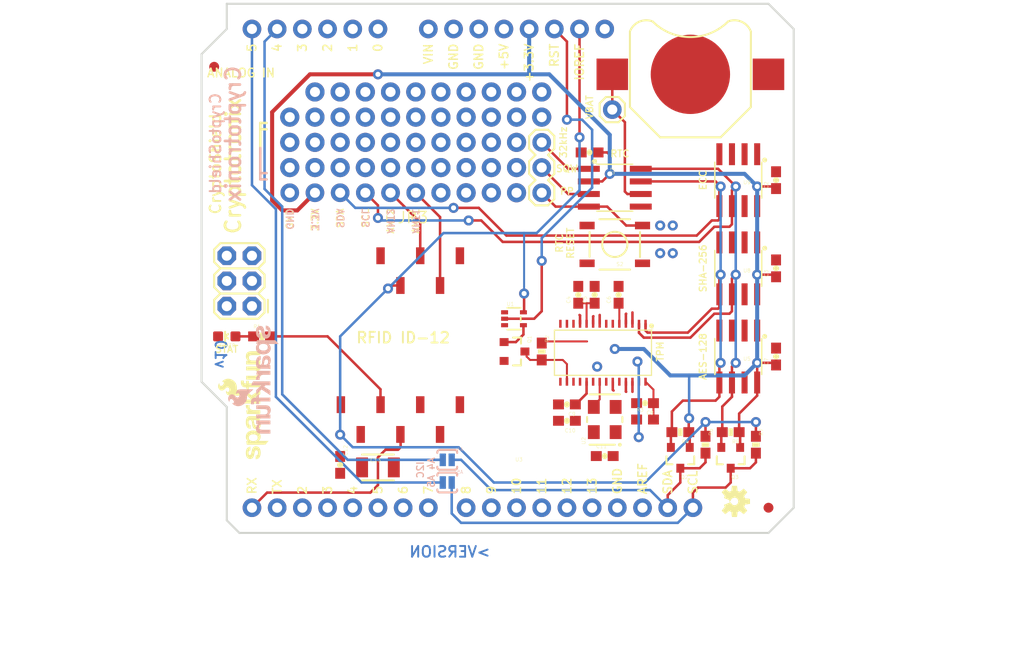
<source format=kicad_pcb>
(kicad_pcb (version 20211014) (generator pcbnew)
  (layers (0 "F.Cu" signal) (31 "B.Cu" signal) (34 "B.Paste" user) (35 "F.Paste" user) (36 "B.SilkS" user "B.Silkscreen") (37 "F.SilkS" user "F.Silkscreen") (38 "B.Mask" user) (39 "F.Mask" user) (44 "Edge.Cuts" user))
  (net 0 "")
  (net 1 "GND")
  (net 2 "VBAT")
  (net 3 "SCL")
  (net 4 "SDA")
  (net 5 "TPM_CLK")
  (net 6 "N$19")
  (net 7 "3.3V")
  (net 8 "32KHZ")
  (net 9 "SQW")
  (net 10 "N$12")
  (net 11 "SDA_IN")
  (net 12 "SCL_IN")
  (net 13 "N$1")
  (net 14 "ANT1")
  (net 15 "ANT2")
  (net 16 "PP")
  (net 17 "RX")
  (net 18 "N$83")
  (net 19 "N$85")
  (net 20 "N$86")
  (net 21 "N$87")
  (net 22 "N$88")
  (net 23 "N$89")
  (net 24 "N$90")
  (net 25 "N$91")
  (net 26 "N$92")
  (net 27 "N$94")
  (net 28 "N$95")
  (net 29 "N$96")
  (net 30 "N$97")
  (net 31 "N$98")
  (net 32 "N$99")
  (net 33 "N$100")
  (net 34 "N$101")
  (net 35 "N$102")
  (net 36 "N$103")
  (net 37 "N$104")
  (net 38 "N$105")
  (net 39 "N$106")
  (net 40 "N$107")
  (net 41 "N$108")
  (net 42 "N$109")
  (net 43 "N$110")
  (net 44 "N$111")
  (net 45 "N$112")
  (net 46 "N$113")
  (net 47 "N$114")
  (net 48 "N$115")
  (net 49 "N$116")
  (net 50 "N$117")
  (net 51 "N$118")
  (net 52 "N$130")
  (net 53 "N$131")
  (net 54 "N$132")
  (net 55 "N$133")
  (net 56 "N$134")
  (net 57 "N$135")
  (net 58 "N$136")
  (net 59 "N$137")
  (net 60 "N$138")
  (net 61 "N$139")
  (net 62 "N$140")
  (net 63 "N$4")
  (net 64 "N$6")
  (net 65 "VCCIO")
  (net 66 "N$18")
  (net 67 "~{RESET}")
  (net 68 "N$20")
  (footprint "boardEagle:CRYSTAL-OSC-SMD-5X3.2" (layer "F.Cu") (at 159.2961 120.2436 90)
    (fp_text reference "U2")
    (fp_text value "33mhz")
  )
  (footprint "boardEagle:SFE_LOGO_NAME_FLAME_.1" (layer "F.Cu") (at 125.5141 124.6886 90)
    (fp_text reference "LOGO3" hide)
    (fp_text value "SFE_LOGO_NAME_FLAME.1_INCH" hide)
  )
  (footprint "boardEagle:FIDUCIAL-1X2" (layer "F.Cu") (at 119.9261 84.6836)
    (fp_text reference "FID1" hide)
    (fp_text value "FIDUCIAL1X2" hide)
  )
  (footprint "boardEagle:1210" (layer "F.Cu") (at 136.4361 125.0696)
    (fp_text reference "C13")
    (fp_text value "10uF")
  )
  (footprint "boardEagle:CREATIVE_COMMONS" (layer "F.Cu") (at 118.6561 144.3736)
    (fp_text reference "FRAME2" hide)
    (fp_text value "" hide)
  )
  (footprint "boardEagle:0603-CAP" (layer "F.Cu") (at 176.5681 113.8936 90)
    (fp_text reference "C7")
    (fp_text value "0.1uF")
  )
  (footprint "boardEagle:0603-CAP" (layer "F.Cu") (at 155.4861 120.3706 180)
    (fp_text reference "C10")
    (fp_text value ".1uf")
  )
  (footprint "boardEagle:SOIC8" (layer "F.Cu") (at 172.7581 96.1136 180)
    (fp_text reference "U9")
    (fp_text value "ATECC108")
  )
  (footprint "boardEagle:SOT23-3" (layer "F.Cu") (at 166.9161 124.0536 180)
    (fp_text reference "Q2")
    (fp_text value "BSS138")
  )
  (footprint "boardEagle:SOT23-3" (layer "F.Cu") (at 171.9961 124.0536 180)
    (fp_text reference "Q3")
    (fp_text value "BSS138")
  )
  (footprint "boardEagle:LED-0603" (layer "F.Cu") (at 121.1961 111.8616 90)
    (fp_text reference "STAT0")
    (fp_text value "GREEN")
  )
  (footprint "boardEagle:0603-CAP" (layer "F.Cu") (at 155.4861 118.7196 180)
    (fp_text reference "C9")
    (fp_text value "2200pf")
  )
  (footprint "boardEagle:0603-RES" (layer "F.Cu") (at 169.4561 122.7836 -90)
    (fp_text reference "R6")
    (fp_text value "10K")
  )
  (footprint "boardEagle:0603-RES" (layer "F.Cu") (at 166.9161 121.5136 180)
    (fp_text reference "R4")
    (fp_text value "10K")
  )
  (footprint "boardEagle:1X01" (layer "F.Cu") (at 160.0581 89.0016)
    (fp_text reference "JP1" hide)
    (fp_text value "M01PTH" hide)
  )
  (footprint "boardEagle:SOT353" (layer "F.Cu") (at 150.1521 110.0836 -90)
    (fp_text reference "U1")
    (fp_text value "74LVC1G04")
  )
  (footprint "boardEagle:1X06_NO_SILK" (layer "F.Cu") (at 140.2461 97.3836 180)
    (fp_text reference "JP3")
    (fp_text value "")
  )
  (footprint "boardEagle:0603-RES" (layer "F.Cu") (at 171.9961 121.5136 180)
    (fp_text reference "R5")
    (fp_text value "10K")
  )
  (footprint "boardEagle:SOIC8" (layer "F.Cu") (at 160.3121 96.8756 -90)
    (fp_text reference "U7")
    (fp_text value "DS3231M")
  )
  (footprint "boardEagle:0603-RES" (layer "F.Cu") (at 174.5361 122.7836 -90)
    (fp_text reference "R7")
    (fp_text value "10K")
  )
  (footprint "boardEagle:0603-CAP" (layer "F.Cu") (at 163.3601 118.5926 180)
    (fp_text reference "C8")
    (fp_text value "2200pf")
  )
  (footprint "boardEagle:SOIC8" (layer "F.Cu") (at 172.7581 113.8936 180)
    (fp_text reference "U5")
    (fp_text value "ATAES132")
  )
  (footprint "boardEagle:0603" (layer "F.Cu") (at 163.3601 120.2436)
    (fp_text reference "R3")
    (fp_text value "4.7K")
  )
  (footprint "boardEagle:TSSOP28" (layer "F.Cu") (at 158.7881 113.5126 -90)
    (fp_text reference "U6")
    (fp_text value "AT97SC3204T")
  )
  (footprint "boardEagle:2X3" (layer "F.Cu") (at 123.7361 108.8136 90)
    (fp_text reference "J1" hide)
    (fp_text value "AVR_SPI_PRG_6PTH" hide)
  )
  (footprint "boardEagle:UNO_R3_SHIELD" (layer "F.Cu") (at 178.3461 131.6736 90)
    (fp_text reference "U4" hide)
    (fp_text value "ARDUINO_R3_SHIELD" hide)
  )
  (footprint "boardEagle:TACTILE-SWITCH-SMD" (layer "F.Cu") (at 160.3121 102.5906 180)
    (fp_text reference "S2")
    (fp_text value "Reset")
  )
  (footprint "boardEagle:SOT23-3" (layer "F.Cu") (at 150.1521 113.3856 -90)
    (fp_text reference "Q1")
    (fp_text value "BSS138")
  )
  (footprint "boardEagle:SOIC8" (layer "F.Cu") (at 172.7581 105.0036 180)
    (fp_text reference "U8")
    (fp_text value "ATSHA204_SOIC8")
  )
  (footprint "boardEagle:FIDUCIAL-1X2" (layer "F.Cu") (at 175.8061 129.1336)
    (fp_text reference "FID2" hide)
    (fp_text value "FIDUCIAL1X2" hide)
  )
  (footprint "boardEagle:BATTCON_12MM" (layer "F.Cu") (at 167.9321 85.4456)
    (fp_text reference "BAT1" hide)
    (fp_text value "3V" hide)
  )
  (footprint "boardEagle:0603-CAP" (layer "F.Cu") (at 159.2961 123.9266)
    (fp_text reference "C11")
    (fp_text value ".1uf")
  )
  (footprint "boardEagle:0603-CAP" (layer "F.Cu") (at 176.5681 105.0036 90)
    (fp_text reference "C3")
    (fp_text value "0.1uF")
  )
  (footprint "boardEagle:OSHW-LOGO-S" (layer "F.Cu") (at 172.3771 128.4986 -90)
    (fp_text reference "LOGO2" hide)
    (fp_text value "OSHW-LOGOS" hide)
  )
  (footprint "boardEagle:ID-12_SMD" (layer "F.Cu") (at 152.9461 99.9236 180)
    (fp_text reference "U3")
    (fp_text value "ID-12/20SMD")
  )
  (footprint "boardEagle:0603-CAP" (layer "F.Cu") (at 132.6261 124.8156 -90)
    (fp_text reference "C12")
    (fp_text value "0.1uF")
  )
  (footprint "boardEagle:0603-RES" (layer "F.Cu") (at 124.7521 111.8616)
    (fp_text reference "R1")
    (fp_text value "1k")
  )
  (footprint "boardEagle:0603-CAP" (layer "F.Cu") (at 158.2801 107.6706 90)
    (fp_text reference "C5")
    (fp_text value "2200pf")
  )
  (footprint "boardEagle:0603-RES" (layer "F.Cu") (at 152.9461 113.3856 -90)
    (fp_text reference "R2")
    (fp_text value "10K")
  )
  (footprint "boardEagle:0603-CAP" (layer "F.Cu") (at 156.6291 107.6706 90)
    (fp_text reference "C4")
    (fp_text value ".1uf")
  )
  (footprint "boardEagle:0603-CAP" (layer "F.Cu") (at 160.6931 107.6706 90)
    (fp_text reference "C6")
    (fp_text value "2200pf")
  )
  (footprint "boardEagle:OSHW-LOGO-S" (layer "F.Cu") (at 172.3771 128.4986 -90)
    (fp_text reference "U$3" hide)
    (fp_text value "" hide)
  )
  (footprint "boardEagle:1X03" (layer "F.Cu") (at 152.9461 92.3036 -90)
    (fp_text reference "JP2" hide)
    (fp_text value "")
  )
  (footprint "boardEagle:0603-CAP" (layer "F.Cu") (at 176.5681 96.1136 90)
    (fp_text reference "C2")
    (fp_text value "0.1uF")
  )
  (footprint "boardEagle:0603-CAP" (layer "F.Cu") (at 157.7721 93.3196 180)
    (fp_text reference "C1")
    (fp_text value "0.1uF")
  )
  (footprint "boardEagle:PAD-JUMPER-2-NO_YES_SILK" (layer "B.Cu") (at 143.4211 124.3076 180)
    (fp_text reference "A4")
    (fp_text value "")
  )
  (footprint "boardEagle:PAD-JUMPER-2-NO_YES_SILK" (layer "B.Cu") (at 143.4211 126.5936 180)
    (fp_text reference "A5")
    (fp_text value "")
  )
  (footprint "boardEagle:SFE_LOGO_NAME_FLAME_.1" (layer "B.Cu") (at 126.5301 110.3376 -90)
    (fp_text reference "U$101" hide)
    (fp_text value "" hide)
  )
  (gr_line (start 124.5743 95.4024) (end 124.5743 96.0374) (layer "B.SilkS") (width 0.254))
  (gr_line (start 124.5743 92.8624) (end 124.5743 95.4024) (layer "B.SilkS") (width 0.254))
  (gr_line (start 125.2093 95.4024) (end 124.5743 95.4024) (layer "B.SilkS") (width 0.254))
  (gr_line (start 125.2093 96.0374) (end 124.5743 96.0374) (layer "B.SilkS") (width 0.254))
  (gr_line (start 125.2093 90.3478) (end 124.5743 90.3478) (layer "F.SilkS") (width 0.254))
  (gr_line (start 124.5743 90.9828) (end 124.5743 90.3478) (layer "F.SilkS") (width 0.254))
  (gr_line (start 124.5743 93.5228) (end 124.5743 90.9828) (layer "F.SilkS") (width 0.254))
  (gr_line (start 125.2093 90.9828) (end 124.5743 90.9828) (layer "F.SilkS") (width 0.254))
  (gr_line (start 118.6561 116.4336) (end 121.1961 118.9736) (layer "Edge.Cuts") (width 0.2032))
  (gr_line (start 118.6561 83.4136) (end 118.6561 116.4336) (layer "Edge.Cuts") (width 0.2032))
  (gr_line (start 178.3461 80.8736) (end 175.8061 78.3336) (layer "Edge.Cuts") (width 0.2032))
  (gr_line (start 121.1961 118.9736) (end 121.1961 130.4036) (layer "Edge.Cuts") (width 0.2032))
  (gr_line (start 178.3461 129.1336) (end 178.3461 80.8736) (layer "Edge.Cuts") (width 0.2032))
  (gr_line (start 175.8061 131.6736) (end 178.3461 129.1336) (layer "Edge.Cuts") (width 0.2032))
  (gr_line (start 121.1961 130.4036) (end 122.4661 131.6736) (layer "Edge.Cuts") (width 0.2032))
  (gr_line (start 175.8061 78.3336) (end 121.1961 78.3336) (layer "Edge.Cuts") (width 0.2032))
  (gr_line (start 122.4661 131.6736) (end 175.8061 131.6736) (layer "Edge.Cuts") (width 0.2032))
  (gr_line (start 121.1961 78.3336) (end 121.1961 80.8736) (layer "Edge.Cuts") (width 0.2032))
  (gr_line (start 121.1961 80.8736) (end 118.6561 83.4136) (layer "Edge.Cuts") (width 0.2032))
  (gr_text "v10" (at 121.1961 113.6396 -90) (layer "B.Cu") (effects (font (size 1.0795 1.0795) (thickness 0.1905)) (justify top mirror)))
  (gr_text "SCL" (at 135.1661 98.9076 -90) (layer "B.SilkS") (effects (font (size 0.69088 0.69088) (thickness 0.12192)) (justify right mirror)))
  (gr_text "CryptoShield" (at 120.6881 87.2236 -270) (layer "B.SilkS") (effects (font (size 1.0795 1.0795) (thickness 0.1905)) (justify left bottom mirror)))
  (gr_text "ANT1" (at 140.2461 98.9076 -90) (layer "B.SilkS") (effects (font (size 0.69088 0.69088) (thickness 0.12192)) (justify right mirror)))
  (gr_text "3.3V" (at 130.0861 98.9076 -90) (layer "B.SilkS") (effects (font (size 0.69088 0.69088) (thickness 0.12192)) (justify right mirror)))
  (gr_text "I2C \nA4 A5" (at 141.2621 125.5776 -270) (layer "B.SilkS") (effects (font (size 0.69088 0.69088) (thickness 0.12192)) (justify mirror)))
  (gr_text "SDA" (at 132.6261 98.9076 -90) (layer "B.SilkS") (effects (font (size 0.69088 0.69088) (thickness 0.12192)) (justify right mirror)))
  (gr_text "GND" (at 127.5461 98.9076 -90) (layer "B.SilkS") (effects (font (size 0.69088 0.69088) (thickness 0.12192)) (justify right mirror)))
  (gr_text "Cryptotronix" (at 122.7201 84.4296 -270) (layer "B.SilkS") (effects (font (size 1.5113 1.5113) (thickness 0.2667)) (justify left bottom mirror)))
  (gr_text "ANT2" (at 137.7061 98.9076 -90) (layer "B.SilkS") (effects (font (size 0.69088 0.69088) (thickness 0.12192)) (justify right mirror)))
  (gr_text "ANT2" (at 137.7061 98.9076 90) (layer "F.SilkS") (effects (font (size 0.69088 0.69088) (thickness 0.12192)) (justify right)))
  (gr_text "VBAT" (at 157.7721 88.7476 90) (layer "F.SilkS") (effects (font (size 0.69088 0.69088) (thickness 0.12192))))
  (gr_text "3.3V" (at 130.0861 98.9076 90) (layer "F.SilkS") (effects (font (size 0.69088 0.69088) (thickness 0.12192)) (justify right)))
  (gr_text "ECC" (at 169.2021 96.1136 90) (layer "F.SilkS") (effects (font (size 0.69088 0.69088) (thickness 0.12192))))
  (gr_text "SDA" (at 132.6261 98.9076 90) (layer "F.SilkS") (effects (font (size 0.69088 0.69088) (thickness 0.12192)) (justify right)))
  (gr_text "Cryptotronix" (at 122.7201 101.7016 90) (layer "F.SilkS") (effects (font (size 1.5113 1.5113) (thickness 0.2667)) (justify left bottom)))
  (gr_text "RTC" (at 160.8201 93.4466) (layer "F.SilkS") (effects (font (size 0.69088 0.69088) (thickness 0.12192))))
  (gr_text "AES-128" (at 169.2021 113.8936 90) (layer "F.SilkS") (effects (font (size 0.69088 0.69088) (thickness 0.12192))))
  (gr_text "SCL" (at 135.1661 98.9076 90) (layer "F.SilkS") (effects (font (size 0.69088 0.69088) (thickness 0.12192)) (justify right)))
  (gr_text "CryptoShield" (at 120.6881 99.6696 90) (layer "F.SilkS") (effects (font (size 1.0795 1.0795) (thickness 0.1905)) (justify left bottom)))
  (gr_text "SHA-256" (at 169.2021 105.0036 90) (layer "F.SilkS") (effects (font (size 0.69088 0.69088) (thickness 0.12192))))
  (gr_text "SQW" (at 155.4861 95.3516) (layer "F.SilkS") (effects (font (size 0.69088 0.69088) (thickness 0.12192)) (justify bottom)))
  (gr_text "STAT" (at 121.1961 112.7506) (layer "F.SilkS") (effects (font (size 0.69088 0.69088) (thickness 0.12192)) (justify top)))
  (gr_text "32kHz" (at 154.7241 92.3036 90) (layer "F.SilkS") (effects (font (size 0.69088 0.69088) (thickness 0.12192)) (justify top)))
  (gr_text "PP" (at 155.4861 97.6376) (layer "F.SilkS") (effects (font (size 0.69088 0.69088) (thickness 0.12192)) (justify bottom)))
  (gr_text "RTC\nRESET" (at 156.2481 102.4636 90) (layer "F.SilkS") (effects (font (size 0.69088 0.69088) (thickness 0.12192)) (justify bottom)))
  (gr_text "GND" (at 127.5461 98.9076 90) (layer "F.SilkS") (effects (font (size 0.69088 0.69088) (thickness 0.12192)) (justify right)))
  (gr_text "TPM" (at 164.8841 113.3856 90) (layer "F.SilkS") (effects (font (size 0.69088 0.69088) (thickness 0.12192))))
  (gr_text "RFID ID-12" (at 138.9761 112.6236) (layer "F.SilkS") (effects (font (size 1.0795 1.0795) (thickness 0.1905)) (justify bottom)))
  (gr_text "ANT1" (at 140.2461 98.9076 90) (layer "F.SilkS") (effects (font (size 0.69088 0.69088) (thickness 0.12192)) (justify right)))
  (segment (start 162.0901 110.5916) (end 162.0901 109.4486) (width 0.254) (layer "F.Cu") (net 1))
  (segment (start 161.4297 116.4336) (end 161.4297 117.4242) (width 0.254) (layer "F.Cu") (net 1))
  (segment (start 156.8069 109.7534) (end 156.7561 109.7026) (width 0.254) (layer "F.Cu") (net 1))
  (segment (start 161.4297 117.4242) (end 161.4551 117.4496) (width 0.254) (layer "F.Cu") (net 1))
  (segment (start 158.7821 110.5916) (end 158.7881 110.5856) (width 0.2032) (layer "F.Cu") (net 1))
  (segment (start 162.0901 116.4336) (end 162.0901 117.4496) (width 0.254) (layer "F.Cu") (net 1))
  (segment (start 161.4297 110.5916) (end 161.4297 109.601) (width 0.254) (layer "F.Cu") (net 1))
  (segment (start 161.4297 109.601) (end 161.4551 109.5756) (width 0.254) (layer "F.Cu") (net 1))
  (segment (start 158.1277 110.5916) (end 158.1277 109.855) (width 0.254) (layer "F.Cu") (net 1))
  (segment (start 158.1277 109.855) (end 158.1531 109.8296) (width 0.254) (layer "F.Cu") (net 1))
  (segment (start 158.7881 110.5856) (end 158.7881 109.7026) (width 0.254) (layer "F.Cu") (net 1))
  (segment (start 160.1089 116.4336) (end 160.1089 117.2464) (width 0.254) (layer "F.Cu") (net 1))
  (segment (start 156.8069 110.5916) (end 156.8069 109.7534) (width 0.254) (layer "F.Cu") (net 1))
  (segment (start 160.1089 117.2464) (end 160.1851 117.3226) (width 0.254) (layer "F.Cu") (net 1))
  (via (at 158.5341 114.9096) (size 1.016) (drill 0.508) (layers "F.Cu" "B.Cu") (net 1))
  (via (at 166.1541 103.4796) (size 1.016) (drill 0.508) (layers "F.Cu" "B.Cu") (net 1))
  (via (at 164.8841 103.4796) (size 1.016) (drill 0.508) (layers "F.Cu" "B.Cu") (net 1))
  (via (at 164.8841 100.6856) (size 1.016) (drill 0.508) (layers "F.Cu" "B.Cu") (net 1))
  (via (at 166.1541 100.6856) (size 1.016) (drill 0.508) (layers "F.Cu" "B.Cu") (net 1))
  (segment (start 162.9283 97.5106) (end 161.5821 97.5106) (width 0.254) (layer "F.Cu") (net 2))
  (segment (start 161.5821 97.5106) (end 161.3281 97.2566) (width 0.254) (layer "F.Cu") (net 2))
  (segment (start 161.3281 90.2716) (end 160.0581 89.0016) (width 0.254) (layer "F.Cu") (net 2))
  (segment (start 160.0581 89.0016) (end 160.0581 85.4456) (width 0.254) (layer "F.Cu") (net 2))
  (segment (start 161.3281 97.2566) (end 161.3281 90.2716) (width 0.254) (layer "F.Cu") (net 2))
  (segment (start 136.4361 99.9236) (end 136.4361 98.6536) (width 0.254) (layer "F.Cu") (net 3))
  (segment (start 172.1231 116.5098) (end 172.1231 117.9576) (width 0.254) (layer "F.Cu") (net 3))
  (segment (start 168.8211 102.3366) (end 170.3451 100.8126) (width 0.254) (layer "F.Cu") (net 3))
  (segment (start 172.1231 107.6198) (end 172.1231 106.0196) (width 0.254) (layer "F.Cu") (net 3))
  (segment (start 171.0461 121.6136) (end 171.1461 121.5136) (width 0.254) (layer "F.Cu") (net 3))
  (segment (start 172.5041 96.7486) (end 172.1231 97.1296) (width 0.254) (layer "F.Cu") (net 3))
  (segment (start 170.3451 109.5756) (end 171.8691 109.5756) (width 0.254) (layer "F.Cu") (net 3))
  (segment (start 172.1231 114.9096) (end 172.5041 114.5286) (width 0.254) (layer "F.Cu") (net 3))
  (segment (start 149.0091 102.3366) (end 168.8211 102.3366) (width 0.254) (layer "F.Cu") (net 3))
  (segment (start 149.0091 102.3366) (end 146.8501 100.1776) (width 0.254) (layer "F.Cu") (net 3))
  (segment (start 170.3451 100.8126) (end 171.8691 100.8126) (width 0.254) (layer "F.Cu") (net 3))
  (segment (start 172.1231 100.5586) (end 172.1231 98.7298) (width 0.254) (layer "F.Cu") (net 3))
  (segment (start 172.1231 109.3216) (end 172.1231 107.6198) (width 0.254) (layer "F.Cu") (net 3))
  (segment (start 171.0461 123.0536) (end 171.0461 121.6136) (width 0.254) (layer "F.Cu") (net 3))
  (segment (start 170.7261 94.9706) (end 172.5041 96.7486) (width 0.254) (layer "F.Cu") (net 3))
  (segment (start 162.7505 110.5916) (end 162.7505 111.506) (width 0.254) (layer "F.Cu") (net 3))
  (segment (start 136.4361 98.6536) (end 135.1661 97.3836) (width 0.254) (layer "F.Cu") (net 3))
  (segment (start 162.9283 94.9706) (end 170.7261 94.9706) (width 0.254) (layer "F.Cu") (net 3))
  (segment (start 167.9321 111.9886) (end 170.3451 109.5756) (width 0.254) (layer "F.Cu") (net 3))
  (segment (start 172.1231 97.1296) (end 172.1231 98.7298) (width 0.254) (layer "F.Cu") (net 3))
  (segment (start 172.1231 117.9576) (end 171.1461 118.9346) (width 0.254) (layer "F.Cu") (net 3))
  (segment (start 171.8691 109.5756) (end 172.1231 109.3216) (width 0.254) (layer "F.Cu") (net 3))
  (segment (start 172.1231 106.0196) (end 172.5041 105.6386) (width 0.254) (layer "F.Cu") (net 3))
  (segment (start 171.8691 100.8126) (end 172.1231 100.5586) (width 0.254) (layer "F.Cu") (net 3))
  (segment (start 171.1461 118.9346) (end 171.1461 121.5136) (width 0.254) (layer "F.Cu") (net 3))
  (segment (start 162.7505 111.506) (end 163.2331 111.9886) (width 0.254) (layer "F.Cu") (net 3))
  (segment (start 163.2331 111.9886) (end 167.9321 111.9886) (width 0.254) (layer "F.Cu") (net 3))
  (segment (start 146.8501 100.1776) (end 145.5801 100.1776) (width 0.254) (layer "F.Cu") (net 3))
  (segment (start 172.1231 116.5098) (end 172.1231 114.9096) (width 0.254) (layer "F.Cu") (net 3))
  (via (at 136.4361 99.9236) (size 1.016) (drill 0.508) (layers "F.Cu" "B.Cu") (net 3))
  (via (at 172.5041 105.6386) (size 1.016) (drill 0.508) (layers "F.Cu" "B.Cu") (net 3))
  (via (at 172.5041 114.5286) (size 1.016) (drill 0.508) (layers "F.Cu" "B.Cu") (net 3))
  (via (at 145.5801 100.1776) (size 1.016) (drill 0.508) (layers "F.Cu" "B.Cu") (net 3))
  (via (at 172.5041 96.7486) (size 1.016) (drill 0.508) (layers "F.Cu" "B.Cu") (net 3))
  (segment (start 172.5041 114.5286) (end 172.5041 105.6386) (width 0.254) (layer "B.Cu") (net 3))
  (segment (start 136.6901 100.1776) (end 136.4361 99.9236) (width 0.254) (layer "B.Cu") (net 3))
  (segment (start 145.5801 100.1776) (end 136.6901 100.1776) (width 0.254) (layer "B.Cu") (net 3))
  (segment (start 172.5041 105.6386) (end 172.5041 96.7486) (width 0.254) (layer "B.Cu") (net 3))
  (segment (start 170.8531 96.8756) (end 170.9801 96.7486) (width 0.254) (layer "F.Cu") (net 4))
  (segment (start 168.5671 101.7016) (end 170.0911 100.1776) (width 0.254) (layer "F.Cu") (net 4))
  (segment (start 146.5961 98.9076) (end 144.0561 98.9076) (width 0.254) (layer "F.Cu") (net 4))
  (segment (start 170.8531 107.6198) (end 170.8531 105.7656) (width 0.254) (layer "F.Cu") (net 4))
  (segment (start 170.0911 109.0676) (end 170.7261 109.0676) (width 0.254) (layer "F.Cu") (net 4))
  (segment (start 170.8531 98.7298) (end 170.8531 96.8756) (width 0.254) (layer "F.Cu") (net 4))
  (segment (start 167.6781 111.4806) (end 170.0911 109.0676) (width 0.254) (layer "F.Cu") (net 4))
  (segment (start 163.4109 110.5916) (end 163.4109 111.2774) (width 0.254) (layer "F.Cu") (net 4))
  (segment (start 165.9661 123.0536) (end 165.9661 121.6136) (width 0.254) (layer "F.Cu") (net 4))
  (segment (start 166.0661 119.4426) (end 167.1701 118.3386) (width 0.254) (layer "F.Cu") (net 4))
  (segment (start 170.0911 100.1776) (end 170.7261 100.1776) (width 0.254) (layer "F.Cu") (net 4))
  (segment (start 163.4109 111.2774) (end 163.6141 111.4806) (width 0.254) (layer "F.Cu") (net 4))
  (segment (start 170.8531 116.5098) (end 170.8531 114.6556) (width 0.254) (layer "F.Cu") (net 4))
  (segment (start 170.7261 109.0676) (end 170.8531 108.9406) (width 0.254) (layer "F.Cu") (net 4))
  (segment (start 163.6141 111.4806) (end 167.6781 111.4806) (width 0.254) (layer "F.Cu") (net 4))
  (segment (start 170.8531 116.5098) (end 170.8531 117.9576) (width 0.254) (layer "F.Cu") (net 4))
  (segment (start 170.8531 100.0506) (end 170.8531 98.7298) (width 0.254) (layer "F.Cu") (net 4))
  (segment (start 170.8531 105.7656) (end 170.9801 105.6386) (width 0.254) (layer "F.Cu") (net 4))
  (segment (start 170.4721 118.3386) (end 167.1701 118.3386) (width 0.254) (layer "F.Cu") (net 4))
  (segment (start 165.9661 121.6136) (end 166.0661 121.5136) (width 0.254) (layer "F.Cu") (net 4))
  (segment (start 170.8531 117.9576) (end 170.4721 118.3386) (width 0.254) (layer "F.Cu") (net 4))
  (segment (start 162.9283 96.2406) (end 170.4721 96.2406) (width 0.254) (layer "F.Cu") (net 4))
  (segment (start 149.3901 101.7016) (end 146.5961 98.9076) (width 0.254) (layer "F.Cu") (net 4))
  (segment (start 170.7261 100.1776) (end 170.8531 100.0506) (width 0.254) (layer "F.Cu") (net 4))
  (segment (start 170.8531 114.6556) (end 170.9801 114.5286) (width 0.254) (layer "F.Cu") (net 4))
  (segment (start 166.0661 121.5136) (end 166.0661 119.4426) (width 0.254) (layer "F.Cu") (net 4))
  (segment (start 170.8531 108.9406) (end 170.8531 107.6198) (width 0.254) (layer "F.Cu") (net 4))
  (segment (start 170.4721 96.2406) (end 170.9801 96.7486) (width 0.254) (layer "F.Cu") (net 4))
  (segment (start 149.3901 101.7016) (end 168.5671 101.7016) (width 0.254) (layer "F.Cu") (net 4))
  (via (at 170.9801 96.7486) (size 1.016) (drill 0.508) (layers "F.Cu" "B.Cu") (net 4))
  (via (at 144.0561 98.9076) (size 1.016) (drill 0.508) (layers "F.Cu" "B.Cu") (net 4))
  (via (at 170.9801 105.6386) (size 1.016) (drill 0.508) (layers "F.Cu" "B.Cu") (net 4))
  (via (at 170.9801 114.5286) (size 1.016) (drill 0.508) (layers "F.Cu" "B.Cu") (net 4))
  (segment (start 134.1501 98.9076) (end 132.6261 97.3836) (width 0.254) (layer "B.Cu") (net 4))
  (segment (start 170.9801 105.6386) (end 170.9801 114.5286) (width 0.254) (layer "B.Cu") (net 4))
  (segment (start 170.9801 96.7486) (end 170.9801 105.6386) (width 0.254) (layer "B.Cu") (net 4))
  (segment (start 144.0561 98.9076) (end 134.1501 98.9076) (width 0.254) (layer "B.Cu") (net 4))
  (segment (start 158.1961 118.9736) (end 158.1961 118.8036) (width 0.2032) (layer "F.Cu") (net 5))
  (segment (start 158.1961 118.8036) (end 158.7881 118.2116) (width 0.2032) (layer "F.Cu") (net 5))
  (segment (start 158.7881 116.4396) (end 158.7881 118.2116) (width 0.2032) (layer "F.Cu") (net 5))
  (segment (start 162.7505 114.554) (end 162.5981 114.4016) (width 0.2032) (layer "F.Cu") (net 6))
  (segment (start 162.7251 122.0216) (end 162.7251 120.4586) (width 0.2032) (layer "F.Cu") (net 6))
  (segment (start 162.7251 120.4586) (end 162.5101 120.2436) (width 0.2032) (layer "F.Cu") (net 6))
  (segment (start 162.7505 116.4336) (end 162.7505 114.554) (width 0.2032) (layer "F.Cu") (net 6))
  (via (at 162.7251 122.0216) (size 1.016) (drill 0.508) (layers "F.Cu" "B.Cu") (net 6))
  (via (at 162.5981 114.4016) (size 1.016) (drill 0.508) (layers "F.Cu" "B.Cu") (net 6))
  (segment (start 162.7251 122.0216) (end 162.7251 114.5286) (width 0.254) (layer "B.Cu") (net 6))
  (segment (start 162.7251 114.5286) (end 162.5981 114.4016) (width 0.254) (layer "B.Cu") (net 6))
  (segment (start 164.2101 117.2328) (end 163.4109 116.4336) (width 0.2032) (layer "F.Cu") (net 7))
  (segment (start 176.5681 105.6386) (end 174.6631 105.6386) (width 0.254) (layer "F.Cu") (net 7))
  (segment (start 159.5501 93.3196) (end 159.8041 93.5736) (width 0.254) (layer "F.Cu") (net 7))
  (segment (start 172.9461 121.6136) (end 172.8461 121.5136) (width 0.254) (layer "F.Cu") (net 7))
  (segment (start 172.8461 121.5136) (end 172.8461 119.6476) (width 0.254) (layer "F.Cu") (net 7))
  (segment (start 160.6931 108.7746) (end 160.6931 108.5206) (width 0.254) (layer "F.Cu") (net 7))
  (segment (start 167.8661 121.6136) (end 167.7661 121.5136) (width 0.254) (layer "F.Cu") (net 7))
  (segment (start 125.7681 89.2556) (end 125.7681 98.1456) (width 0.4064) (layer "F.Cu") (net 7))
  (segment (start 167.7661 120.1556) (end 167.8051 120.1166) (width 0.254) (layer "F.Cu") (net 7))
  (segment (start 152.9461 112.5356) (end 153.1121 112.3696) (width 0.2032) (layer "F.Cu") (net 7))
  (segment (start 157.4673 117.6274) (end 157.4673 116.4336) (width 0.254) (layer "F.Cu") (net 7))
  (segment (start 176.5681 114.7436) (end 176.3531 114.5286) (width 0.254) (layer "F.Cu") (net 7))
  (segment (start 153.1121 112.3696) (end 157.5181 112.3696) (width 0.2032) (layer "F.Cu") (net 7))
  (segment (start 128.3081 99.1616) (end 130.0861 97.3836) (width 0.4064) (layer "F.Cu") (net 7))
  (segment (start 167.7661 121.5136) (end 167.7661 120.1556) (width 0.254) (layer "F.Cu") (net 7))
  (segment (start 125.7681 98.1456) (end 126.7841 99.1616) (width 0.4064) (layer "F.Cu") (net 7))
  (segment (start 157.6959 96.2406) (end 159.0421 96.2406) (width 0.254) (layer "F.Cu") (net 7))
  (segment (start 129.5781 85.4456) (end 125.7681 89.2556) (width 0.4064) (layer "F.Cu") (net 7))
  (segment (start 176.5681 96.7486) (end 176.5681 96.9636) (width 0.254) (layer "F.Cu") (net 7))
  (segment (start 156.6291 108.5206) (end 157.4673 108.5206) (width 0.2032) (layer "F.Cu") (net 7))
  (segment (start 160.7693 110.5916) (end 160.7693 108.8508) (width 0.2032) (layer "F.Cu") (net 7))
  (segment (start 136.4361 85.4456) (end 129.5781 85.4456) (width 0.4064) (layer "F.Cu") (net 7))
  (segment (start 174.6631 117.8306) (end 174.6631 117.3226) (width 0.254) (layer "F.Cu") (net 7))
  (segment (start 174.5361 116.6368) (end 174.6631 116.5098) (width 0.254) (layer "F.Cu") (net 7))
  (segment (start 176.5681 105.8536) (end 176.5681 105.6386) (width 0.254) (layer "F.Cu") (net 7))
  (segment (start 126.7841 99.1616) (end 128.3081 99.1616) (width 0.4064) (layer "F.Cu") (net 7))
  (segment (start 174.6631 117.3226) (end 174.5361 117.1956) (width 0.254) (layer "F.Cu") (net 7))
  (segment (start 176.3531 114.5286) (end 174.6631 114.5286) (width 0.254) (layer "F.Cu") (net 7))
  (segment (start 174.6631 116.5098) (end 174.6631 114.5286) (width 0.254) (layer "F.Cu") (net 7))
  (segment (start 164.2101 118.5926) (end 164.2101 117.2328) (width 0.2032) (layer "F.Cu") (net 7))
  (segment (start 159.8041 93.5736) (end 159.8041 95.4786) (width 0.254) (layer "F.Cu") (net 7))
  (segment (start 164.2101 120.2436) (end 164.2101 118.5926) (width 0.2032) (layer "F.Cu") (net 7))
  (segment (start 167.8661 123.0536) (end 167.8661 121.6136) (width 0.254) (layer "F.Cu") (net 7))
  (segment (start 160.7693 108.8508) (end 160.6931 108.7746) (width 0.254) (layer "F.Cu") (net 7))
  (segment (start 172.9461 123.0536) (end 172.9461 121.6136) (width 0.254) (layer "F.Cu") (net 7))
  (segment (start 157.4673 108.5206) (end 158.2801 108.5206) (width 0.2032) (layer "F.Cu") (net 7))
  (segment (start 158.6221 93.3196) (end 159.5501 93.3196) (width 0.254) (layer "F.Cu") (net 7))
  (segment (start 174.6631 107.6198) (end 174.6631 105.6386) (width 0.254) (layer "F.Cu") (net 7))
  (segment (start 174.6631 96.7486) (end 174.6631 98.7298) (width 0.254) (layer "F.Cu") (net 7))
  (segment (start 174.5361 117.1956) (end 174.5361 116.6368) (width 0.254) (layer "F.Cu") (net 7))
  (segment (start 172.8461 119.6476) (end 174.6631 117.8306) (width 0.254) (layer "F.Cu") (net 7))
  (segment (start 157.4673 110.5916) (end 157.4673 108.5206) (width 0.2032) (layer "F.Cu") (net 7))
  (segment (start 159.0421 96.2406) (end 159.8041 95.4786) (width 0.254) (layer "F.Cu") (net 7))
  (segment (start 156.3751 118.7196) (end 157.4673 117.6274) (width 0.254) (layer "F.Cu") (net 7))
  (segment (start 156.3361 118.7196) (end 156.3751 118.7196) (width 0.254) (layer "F.Cu") (net 7))
  (segment (start 174.6631 96.7486) (end 176.5681 96.7486) (width 0.254) (layer "F.Cu") (net 7))
  (via (at 136.4361 85.4456) (size 1.016) (drill 0.508) (layers "F.Cu" "B.Cu") (net 7))
  (via (at 174.6631 105.6386) (size 1.016) (drill 0.508) (layers "F.Cu" "B.Cu") (net 7))
  (via (at 167.8051 120.1166) (size 1.016) (drill 0.508) (layers "F.Cu" "B.Cu") (net 7))
  (via (at 159.8041 95.4786) (size 1.016) (drill 0.508) (layers "F.Cu" "B.Cu") (net 7))
  (via (at 160.3121 113.1316) (size 1.016) (drill 0.508) (layers "F.Cu" "B.Cu") (net 7))
  (via (at 174.6631 96.7486) (size 1.016) (drill 0.508) (layers "F.Cu" "B.Cu") (net 7))
  (via (at 174.6631 114.5286) (size 1.016) (drill 0.508) (layers "F.Cu" "B.Cu") (net 7))
  (segment (start 151.8031 85.4456) (end 136.4361 85.4456) (width 0.4064) (layer "B.Cu") (net 7))
  (segment (start 151.6761 85.3186) (end 151.8031 85.4456) (width 0.4064) (layer "B.Cu") (net 7))
  (segment (start 167.8051 120.1166) (end 167.8051 115.7986) (width 0.254) (layer "B.Cu") (net 7))
  (segment (start 174.6631 114.5286) (end 173.3931 115.7986) (width 0.4064) (layer "B.Cu") (net 7))
  (segment (start 165.9001 115.7986) (end 163.2331 113.1316) (width 0.4064) (layer "B.Cu") (net 7))
  (segment (start 151.8031 85.4456) (end 153.7081 85.4456) (width 0.4064) (layer "B.Cu") (net 7))
  (segment (start 173.3931 95.4786) (end 174.6631 96.7486) (width 0.4064) (layer "B.Cu") (net 7))
  (segment (start 159.8041 95.4786) (end 173.3931 95.4786) (width 0.4064) (layer "B.Cu") (net 7))
  (segment (start 159.8041 91.5416) (end 153.7081 85.4456) (width 0.4064) (layer "B.Cu") (net 7))
  (segment (start 167.8051 115.7986) (end 165.9001 115.7986) (width 0.4064) (layer "B.Cu") (net 7))
  (segment (start 151.6761 85.3186) (end 151.6761 80.8736) (width 0.4064) (layer "B.Cu") (net 7))
  (segment (start 174.6631 96.7486) (end 174.6631 105.6386) (width 0.4064) (layer "B.Cu") (net 7))
  (segment (start 159.8041 91.5416) (end 159.8041 95.4786) (width 0.4064) (layer "B.Cu") (net 7))
  (segment (start 174.6631 105.6386) (end 174.6631 114.5286) (width 0.4064) (layer "B.Cu") (net 7))
  (segment (start 173.3931 115.7986) (end 167.8051 115.7986) (width 0.4064) (layer "B.Cu") (net 7))
  (segment (start 163.2331 113.1316) (end 160.3121 113.1316) (width 0.4064) (layer "B.Cu") (net 7))
  (segment (start 152.9461 92.3036) (end 155.6131 94.9706) (width 0.254) (layer "F.Cu") (net 8))
  (segment (start 155.6131 94.9706) (end 157.6959 94.9706) (width 0.254) (layer "F.Cu") (net 8))
  (segment (start 155.6131 97.5106) (end 152.9461 94.8436) (width 0.254) (layer "F.Cu") (net 9))
  (segment (start 157.6959 97.5106) (end 155.6131 97.5106) (width 0.254) (layer "F.Cu") (net 9))
  (segment (start 122.0731 111.8616) (end 123.9021 111.8616) (width 0.254) (layer "F.Cu") (net 10))
  (segment (start 168.8641 125.1536) (end 169.4561 124.5616) (width 0.254) (layer "F.Cu") (net 11))
  (segment (start 165.6461 127.8636) (end 166.9161 126.5936) (width 0.254) (layer "F.Cu") (net 11))
  (segment (start 166.9161 125.1536) (end 168.8641 125.1536) (width 0.254) (layer "F.Cu") (net 11))
  (segment (start 166.9161 126.5936) (end 166.9161 125.1536) (width 0.254) (layer "F.Cu") (net 11))
  (segment (start 165.6461 129.1336) (end 165.6461 127.8636) (width 0.254) (layer "F.Cu") (net 11))
  (segment (start 169.4561 124.5616) (end 169.4561 123.6336) (width 0.254) (layer "F.Cu") (net 11))
  (segment (start 163.8681 127.3556) (end 165.6461 129.1336) (width 0.254) (layer "B.Cu") (net 11))
  (segment (start 143.8711 124.3076) (end 144.8181 124.3076) (width 0.254) (layer "B.Cu") (net 11))
  (segment (start 147.8661 127.3556) (end 163.8681 127.3556) (width 0.254) (layer "B.Cu") (net 11))
  (segment (start 144.8181 124.3076) (end 147.8661 127.3556) (width 0.254) (layer "B.Cu") (net 11))
  (segment (start 171.9961 126.5936) (end 171.9961 125.1536) (width 0.254) (layer "F.Cu") (net 12))
  (segment (start 168.1861 129.1336) (end 168.1861 127.6096) (width 0.254) (layer "F.Cu") (net 12))
  (segment (start 174.5361 124.5616) (end 174.5361 123.6336) (width 0.254) (layer "F.Cu") (net 12))
  (segment (start 171.9961 125.1536) (end 173.9441 125.1536) (width 0.254) (layer "F.Cu") (net 12))
  (segment (start 168.1861 127.6096) (end 168.6941 127.1016) (width 0.254) (layer "F.Cu") (net 12))
  (segment (start 171.4881 127.1016) (end 171.9961 126.5936) (width 0.254) (layer "F.Cu") (net 12))
  (segment (start 168.6941 127.1016) (end 171.4881 127.1016) (width 0.254) (layer "F.Cu") (net 12))
  (segment (start 173.9441 125.1536) (end 174.5361 124.5616) (width 0.254) (layer "F.Cu") (net 12))
  (segment (start 143.8711 126.5936) (end 143.8711 129.7106) (width 0.254) (layer "B.Cu") (net 12))
  (segment (start 166.6621 130.6576) (end 168.1861 129.1336) (width 0.254) (layer "B.Cu") (net 12))
  (segment (start 143.8711 129.7106) (end 144.8181 130.6576) (width 0.254) (layer "B.Cu") (net 12))
  (segment (start 144.8181 130.6576) (end 166.6621 130.6576) (width 0.254) (layer "B.Cu") (net 12))
  (segment (start 136.6901 117.1956) (end 136.6901 118.7378) (width 0.254) (layer "F.Cu") (net 13))
  (segment (start 125.6021 111.8616) (end 131.3561 111.8616) (width 0.254) (layer "F.Cu") (net 13))
  (segment (start 136.6901 118.7378) (end 136.6977 118.7454) (width 0.254) (layer "F.Cu") (net 13))
  (segment (start 131.3561 111.8616) (end 136.6901 117.1956) (width 0.254) (layer "F.Cu") (net 13))
  (segment (start 140.6977 103.734) (end 140.6977 100.3752) (width 0.254) (layer "F.Cu") (net 14))
  (segment (start 140.6977 100.3752) (end 137.7061 97.3836) (width 0.254) (layer "F.Cu") (net 14))
  (segment (start 142.6977 99.8352) (end 140.2461 97.3836) (width 0.254) (layer "F.Cu") (net 15))
  (segment (start 142.6977 106.734) (end 142.6977 99.8352) (width 0.254) (layer "F.Cu") (net 15))
  (segment (start 163.2331 100.6856) (end 163.1061 100.6856) (width 0.254) (layer "F.Cu") (net 16))
  (segment (start 157.6451 98.8314) (end 157.6959 98.7806) (width 0.254) (layer "F.Cu") (net 16))
  (segment (start 154.3431 98.7806) (end 152.9461 97.3836) (width 0.254) (layer "F.Cu") (net 16))
  (segment (start 161.4551 100.6856) (end 163.1061 100.6856) (width 0.254) (layer "F.Cu") (net 16))
  (segment (start 157.6959 98.7806) (end 154.3431 98.7806) (width 0.254) (layer "F.Cu") (net 16))
  (segment (start 157.6959 98.7806) (end 159.5501 98.7806) (width 0.254) (layer "F.Cu") (net 16))
  (segment (start 159.5501 98.7806) (end 161.4551 100.6856) (width 0.254) (layer "F.Cu") (net 16))
  (segment (start 138.7221 123.0376) (end 138.4681 123.2916) (width 0.254) (layer "F.Cu") (net 17))
  (segment (start 138.4681 123.2916) (end 137.1981 123.2916) (width 0.254) (layer "F.Cu") (net 17))
  (segment (start 136.4361 124.0536) (end 136.4361 126.8476) (width 0.254) (layer "F.Cu") (net 17))
  (segment (start 135.6741 127.6096) (end 125.2601 127.6096) (width 0.254) (layer "F.Cu") (net 17))
  (segment (start 137.1981 123.2916) (end 136.4361 124.0536) (width 0.254) (layer "F.Cu") (net 17))
  (segment (start 136.4361 126.8476) (end 135.6741 127.6096) (width 0.254) (layer "F.Cu") (net 17))
  (segment (start 138.7221 121.7698) (end 138.7221 123.0376) (width 0.254) (layer "F.Cu") (net 17))
  (segment (start 125.2601 127.6096) (end 123.7361 129.1336) (width 0.254) (layer "F.Cu") (net 17))
  (segment (start 138.6977 121.7454) (end 138.7221 121.7698) (width 0.254) (layer "F.Cu") (net 17))
  (via (at 127.5461 94.8436) (size 1.9304) (drill 1.016) (layers "F.Cu" "B.Cu") (net 18))
  (via (at 130.0861 94.8436) (size 1.9304) (drill 1.016) (layers "F.Cu" "B.Cu") (net 19))
  (via (at 132.6261 94.8436) (size 1.9304) (drill 1.016) (layers "F.Cu" "B.Cu") (net 20))
  (via (at 135.1661 94.8436) (size 1.9304) (drill 1.016) (layers "F.Cu" "B.Cu") (net 21))
  (via (at 137.7061 94.8436) (size 1.9304) (drill 1.016) (layers "F.Cu" "B.Cu") (net 22))
  (via (at 140.2461 94.8436) (size 1.9304) (drill 1.016) (layers "F.Cu" "B.Cu") (net 23))
  (via (at 142.7861 94.8436) (size 1.9304) (drill 1.016) (layers "F.Cu" "B.Cu") (net 24))
  (via (at 142.7861 97.3836) (size 1.9304) (drill 1.016) (layers "F.Cu" "B.Cu") (net 25))
  (via (at 145.3261 97.3836) (size 1.9304) (drill 1.016) (layers "F.Cu" "B.Cu") (net 26))
  (via (at 147.8661 97.3836) (size 1.9304) (drill 1.016) (layers "F.Cu" "B.Cu") (net 27))
  (via (at 150.4061 97.3836) (size 1.9304) (drill 1.016) (layers "F.Cu" "B.Cu") (net 28))
  (via (at 150.4061 94.8436) (size 1.9304) (drill 1.016) (layers "F.Cu" "B.Cu") (net 29))
  (via (at 147.8661 94.8436) (size 1.9304) (drill 1.016) (layers "F.Cu" "B.Cu") (net 30))
  (via (at 145.3261 94.8436) (size 1.9304) (drill 1.016) (layers "F.Cu" "B.Cu") (net 31))
  (via (at 142.7861 92.3036) (size 1.9304) (drill 1.016) (layers "F.Cu" "B.Cu") (net 32))
  (via (at 145.3261 92.3036) (size 1.9304) (drill 1.016) (layers "F.Cu" "B.Cu") (net 33))
  (via (at 147.8661 92.3036) (size 1.9304) (drill 1.016) (layers "F.Cu" "B.Cu") (net 34))
  (via (at 150.4061 92.3036) (size 1.9304) (drill 1.016) (layers "F.Cu" "B.Cu") (net 35))
  (via (at 150.4061 89.7636) (size 1.9304) (drill 1.016) (layers "F.Cu" "B.Cu") (net 36))
  (via (at 147.8661 89.7636) (size 1.9304) (drill 1.016) (layers "F.Cu" "B.Cu") (net 37))
  (via (at 145.3261 89.7636) (size 1.9304) (drill 1.016) (layers "F.Cu" "B.Cu") (net 38))
  (via (at 142.7861 89.7636) (size 1.9304) (drill 1.016) (layers "F.Cu" "B.Cu") (net 39))
  (via (at 140.2461 92.3036) (size 1.9304) (drill 1.016) (layers "F.Cu" "B.Cu") (net 40))
  (via (at 140.2461 89.7636) (size 1.9304) (drill 1.016) (layers "F.Cu" "B.Cu") (net 41))
  (via (at 137.7061 89.7636) (size 1.9304) (drill 1.016) (layers "F.Cu" "B.Cu") (net 42))
  (via (at 137.7061 92.3036) (size 1.9304) (drill 1.016) (layers "F.Cu" "B.Cu") (net 43))
  (via (at 135.1661 92.3036) (size 1.9304) (drill 1.016) (layers "F.Cu" "B.Cu") (net 44))
  (via (at 135.1661 89.7636) (size 1.9304) (drill 1.016) (layers "F.Cu" "B.Cu") (net 45))
  (via (at 132.6261 89.7636) (size 1.9304) (drill 1.016) (layers "F.Cu" "B.Cu") (net 46))
  (via (at 132.6261 92.3036) (size 1.9304) (drill 1.016) (layers "F.Cu" "B.Cu") (net 47))
  (via (at 130.0861 92.3036) (size 1.9304) (drill 1.016) (layers "F.Cu" "B.Cu") (net 48))
  (via (at 130.0861 89.7636) (size 1.9304) (drill 1.016) (layers "F.Cu" "B.Cu") (net 49))
  (via (at 127.5461 89.7636) (size 1.9304) (drill 1.016) (layers "F.Cu" "B.Cu") (net 50))
  (via (at 127.5461 92.3036) (size 1.9304) (drill 1.016) (layers "F.Cu" "B.Cu") (net 51))
  (via (at 130.0861 87.2236) (size 1.9304) (drill 1.016) (layers "F.Cu" "B.Cu") (net 52))
  (via (at 132.6261 87.2236) (size 1.9304) (drill 1.016) (layers "F.Cu" "B.Cu") (net 53))
  (via (at 135.1661 87.2236) (size 1.9304) (drill 1.016) (layers "F.Cu" "B.Cu") (net 54))
  (via (at 137.7061 87.2236) (size 1.9304) (drill 1.016) (layers "F.Cu" "B.Cu") (net 55))
  (via (at 140.2461 87.2236) (size 1.9304) (drill 1.016) (layers "F.Cu" "B.Cu") (net 56))
  (via (at 142.7861 87.2236) (size 1.9304) (drill 1.016) (layers "F.Cu" "B.Cu") (net 57))
  (via (at 145.3261 87.2236) (size 1.9304) (drill 1.016) (layers "F.Cu" "B.Cu") (net 58))
  (via (at 147.8661 87.2236) (size 1.9304) (drill 1.016) (layers "F.Cu" "B.Cu") (net 59))
  (via (at 150.4061 87.2236) (size 1.9304) (drill 1.016) (layers "F.Cu" "B.Cu") (net 60))
  (via (at 152.9461 89.7636) (size 1.9304) (drill 1.016) (layers "F.Cu" "B.Cu") (net 61))
  (via (at 152.9461 87.2236) (size 1.9304) (drill 1.016) (layers "F.Cu" "B.Cu") (net 62))
  (segment (start 125.0061 82.1436) (end 126.2761 80.8736) (width 0.254) (layer "B.Cu") (net 63))
  (segment (start 142.9711 124.3076) (end 133.3881 124.3076) (width 0.254) (layer "B.Cu") (net 63))
  (segment (start 126.7841 117.7036) (end 126.7841 98.7806) (width 0.254) (layer "B.Cu") (net 63))
  (segment (start 133.3881 124.3076) (end 126.7841 117.7036) (width 0.254) (layer "B.Cu") (net 63))
  (segment (start 126.7841 98.7806) (end 125.0061 97.0026) (width 0.254) (layer "B.Cu") (net 63))
  (segment (start 125.0061 97.0026) (end 125.0061 82.1436) (width 0.254) (layer "B.Cu") (net 63))
  (segment (start 142.9711 126.5936) (end 134.7851 126.5936) (width 0.254) (layer "B.Cu") (net 64))
  (segment (start 134.7851 126.5936) (end 126.1491 117.9576) (width 0.254) (layer "B.Cu") (net 64))
  (segment (start 123.7361 96.6216) (end 123.7361 80.8736) (width 0.254) (layer "B.Cu") (net 64))
  (segment (start 126.1491 99.0346) (end 123.7361 96.6216) (width 0.254) (layer "B.Cu") (net 64))
  (segment (start 126.1491 117.9576) (end 126.1491 99.0346) (width 0.254) (layer "B.Cu") (net 64))
  (segment (start 174.5361 120.4976) (end 174.5361 121.9336) (width 0.254) (layer "F.Cu") (net 65))
  (segment (start 169.4561 121.9336) (end 169.4561 120.4976) (width 0.254) (layer "F.Cu") (net 65))
  (segment (start 137.7537 106.734) (end 137.4521 107.0356) (width 0.254) (layer "F.Cu") (net 65))
  (segment (start 156.7561 91.7956) (end 156.7561 80.8736) (width 0.254) (layer "F.Cu") (net 65))
  (segment (start 151.1021 109.4336) (end 151.1681 109.3676) (width 0.254) (layer "F.Cu") (net 65))
  (segment (start 138.6977 106.734) (end 137.7537 106.734) (width 0.254) (layer "F.Cu") (net 65))
  (segment (start 151.1681 109.3676) (end 151.1681 107.5436) (width 0.254) (layer "F.Cu") (net 65))
  (via (at 137.4521 107.0356) (size 1.016) (drill 0.508) (layers "F.Cu" "B.Cu") (net 65))
  (via (at 132.6261 121.7676) (size 1.016) (drill 0.508) (layers "F.Cu" "B.Cu") (net 65))
  (via (at 151.1681 107.5436) (size 1.016) (drill 0.508) (layers "F.Cu" "B.Cu") (net 65))
  (via (at 169.4561 120.4976) (size 1.016) (drill 0.508) (layers "F.Cu" "B.Cu") (net 65))
  (via (at 156.7561 91.7956) (size 1.016) (drill 0.508) (layers "F.Cu" "B.Cu") (net 65))
  (via (at 174.5361 120.4976) (size 1.016) (drill 0.508) (layers "F.Cu" "B.Cu") (net 65))
  (segment (start 148.1201 126.5936) (end 144.5641 123.0376) (width 0.254) (layer "B.Cu") (net 65))
  (segment (start 133.8961 123.0376) (end 132.6261 121.7676) (width 0.254) (layer "B.Cu") (net 65))
  (segment (start 151.1681 101.4476) (end 143.0401 101.4476) (width 0.254) (layer "B.Cu") (net 65))
  (segment (start 144.5641 123.0376) (end 133.8961 123.0376) (width 0.254) (layer "B.Cu") (net 65))
  (segment (start 143.0401 101.4476) (end 137.4521 107.0356) (width 0.254) (layer "B.Cu") (net 65))
  (segment (start 163.3601 126.5936) (end 148.1201 126.5936) (width 0.254) (layer "B.Cu") (net 65))
  (segment (start 156.7561 91.7956) (end 156.7561 97.1296) (width 0.254) (layer "B.Cu") (net 65))
  (segment (start 137.4521 107.0356) (end 132.6261 111.8616) (width 0.254) (layer "B.Cu") (net 65))
  (segment (start 132.6261 111.8616) (end 132.6261 121.7676) (width 0.254) (layer "B.Cu") (net 65))
  (segment (start 152.4381 101.4476) (end 151.1681 101.4476) (width 0.254) (layer "B.Cu") (net 65))
  (segment (start 151.1681 107.5436) (end 151.1681 101.4476) (width 0.2032) (layer "B.Cu") (net 65))
  (segment (start 169.4561 120.4976) (end 174.5361 120.4976) (width 0.254) (layer "B.Cu") (net 65))
  (segment (start 156.7561 97.1296) (end 152.4381 101.4476) (width 0.254) (layer "B.Cu") (net 65))
  (segment (start 169.4561 120.4976) (end 163.3601 126.5936) (width 0.254) (layer "B.Cu") (net 65))
  (segment (start 155.4861 116.4336) (end 155.4861 114.6556) (width 0.2032) (layer "F.Cu") (net 66))
  (segment (start 155.4861 114.6556) (end 155.0661 114.2356) (width 0.2032) (layer "F.Cu") (net 66))
  (segment (start 155.0661 114.2356) (end 152.9461 114.2356) (width 0.2032) (layer "F.Cu") (net 66))
  (segment (start 151.4221 113.8936) (end 151.7641 114.2356) (width 0.2032) (layer "F.Cu") (net 66))
  (segment (start 151.4221 113.5556) (end 151.4221 113.8936) (width 0.2032) (layer "F.Cu") (net 66))
  (segment (start 151.2521 113.3856) (end 151.4221 113.5556) (width 0.2032) (layer "F.Cu") (net 66))
  (segment (start 151.7641 114.2356) (end 152.9461 114.2356) (width 0.2032) (layer "F.Cu") (net 66))
  (segment (start 152.9461 104.2416) (end 152.9461 109.3216) (width 0.254) (layer "F.Cu") (net 67))
  (segment (start 152.1841 110.0836) (end 149.2021 110.0836) (width 0.254) (layer "F.Cu") (net 67))
  (segment (start 152.9461 109.3216) (end 152.1841 110.0836) (width 0.254) (layer "F.Cu") (net 67))
  (segment (start 155.4861 82.1436) (end 155.4861 90.0176) (width 0.254) (layer "F.Cu") (net 67))
  (segment (start 154.2161 80.8736) (end 155.4861 82.1436) (width 0.254) (layer "F.Cu") (net 67))
  (via (at 155.4861 90.0176) (size 1.016) (drill 0.508) (layers "F.Cu" "B.Cu") (net 67))
  (via (at 152.9461 104.2416) (size 1.016) (drill 0.508) (layers "F.Cu" "B.Cu") (net 67))
  (segment (start 158.0261 91.0336) (end 158.0261 96.8756) (width 0.254) (layer "B.Cu") (net 67))
  (segment (start 152.9461 101.9556) (end 152.9461 104.2416) (width 0.254) (layer "B.Cu") (net 67))
  (segment (start 157.0101 90.0176) (end 158.0261 91.0336) (width 0.254) (layer "B.Cu") (net 67))
  (segment (start 158.0261 96.8756) (end 152.9461 101.9556) (width 0.254) (layer "B.Cu") (net 67))
  (segment (start 155.4861 90.0176) (end 157.0101 90.0176) (width 0.254) (layer "B.Cu") (net 67))
  (segment (start 151.1021 110.7336) (end 151.1021 111.6736) (width 0.254) (layer "F.Cu") (net 68))
  (segment (start 151.1021 111.6736) (end 150.3401 112.4356) (width 0.254) (layer "F.Cu") (net 68))
  (segment (start 150.3401 112.4356) (end 149.1521 112.4356) (width 0.254) (layer "F.Cu") (net 68))
)
</source>
